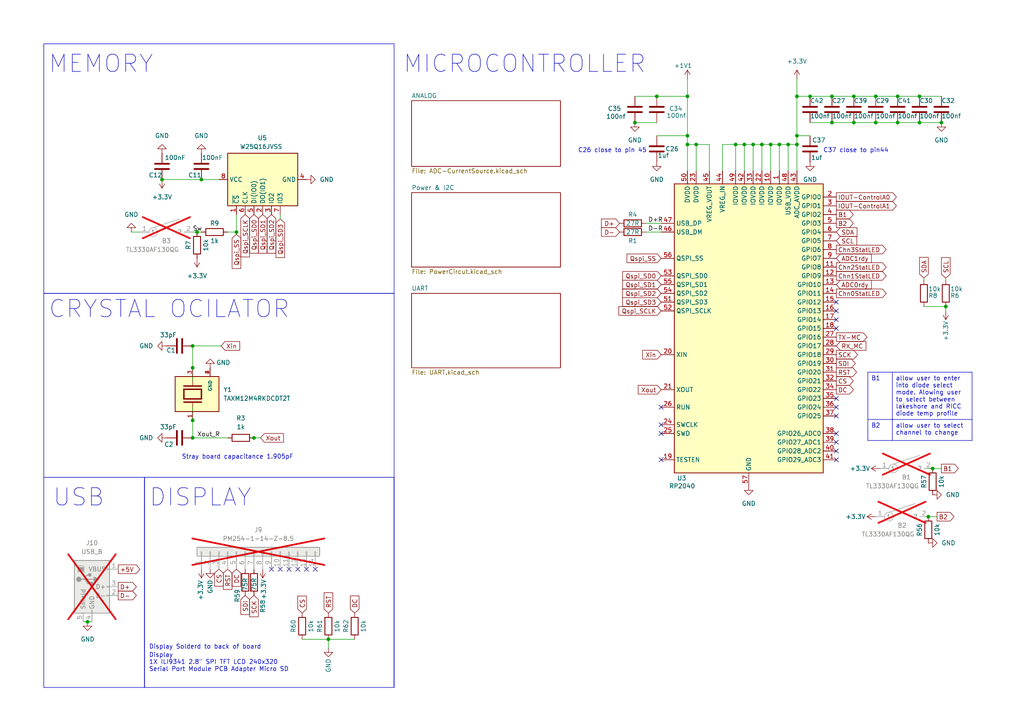
<source format=kicad_sch>
(kicad_sch (version 20250114) (generator "eeschema") (generator_version "9.0")
  (paper "A4")
  (title_block (title "TempMonitorV3.0") (date "2024-09-09") (rev "3.0") (company "ChipDesignSystems") (comment 1 "Desighned by : Lawrance Kiamilev"))
  (lib_symbols
    (symbol "403C35D12M00000:403C35D12M00000" (pin_names (offset 1.016))
      (property "Reference" "Y" (at -5.0878 6.3559 0))
      (property "Value" "403C35D12M00000" (at -5.0944 -10.16 0))
      (symbol "403C35D12M00000_0_0"
        (pin passive line (at -7.62 0 0) (length 2.54) (name "~") (number "1"))
        (pin passive line (at 7.62 0 180) (length 2.54) (name "~") (number "3"))
        (pin power_in line (at 7.62 -5.08 180) (length 2.54) (name "GND") (number "2"))
        (pin power_in line (at 7.62 -5.08 180) (length 2.54) (name "GND") (number "4"))
      )
    )
    (symbol "Connector:USB_B" (pin_names (offset 1.016))
      (property "Reference" "J" (at -5.08 11.43 0))
      (property "Value" "USB_B" (at -5.08 8.89 0))
      (symbol "USB_B_1_1"
        (pin passive line (at -2.54 -10.16 90) (length 2.54) (name "Shield") (number "5"))
        (pin power_out line (at 0 -10.16 90) (length 2.54) (name "GND") (number "4"))
        (pin power_out line (at 7.62 5.08 180) (length 2.54) (name "VBUS") (number "1"))
        (pin bidirectional line (at 7.62 0 180) (length 2.54) (name "D+") (number "3"))
        (pin bidirectional line (at 7.62 -2.54 180) (length 2.54) (name "D-") (number "2"))
      )
    )
    (symbol "Connector_Generic:Conn_01x14" (pin_names (offset 1.016) (hide yes))
      (property "Reference" "J" (at 0 17.78 0))
      (property "Value" "Conn_01x14" (at 0 -20.32 0))
      (symbol "Conn_01x14_1_1"
        (pin passive line (at -5.08 15.24 0) (length 3.81) (name "Pin_1") (number "1"))
        (pin passive line (at -5.08 12.7 0) (length 3.81) (name "Pin_2") (number "2"))
        (pin passive line (at -5.08 10.16 0) (length 3.81) (name "Pin_3") (number "3"))
        (pin passive line (at -5.08 7.62 0) (length 3.81) (name "Pin_4") (number "4"))
        (pin passive line (at -5.08 5.08 0) (length 3.81) (name "Pin_5") (number "5"))
        (pin passive line (at -5.08 2.54 0) (length 3.81) (name "Pin_6") (number "6"))
        (pin passive line (at -5.08 0 0) (length 3.81) (name "Pin_7") (number "7"))
        (pin passive line (at -5.08 -2.54 0) (length 3.81) (name "Pin_8") (number "8"))
        (pin passive line (at -5.08 -5.08 0) (length 3.81) (name "Pin_9") (number "9"))
        (pin passive line (at -5.08 -7.62 0) (length 3.81) (name "Pin_10") (number "10"))
        (pin passive line (at -5.08 -10.16 0) (length 3.81) (name "Pin_11") (number "11"))
        (pin passive line (at -5.08 -12.7 0) (length 3.81) (name "Pin_12") (number "12"))
        (pin passive line (at -5.08 -15.24 0) (length 3.81) (name "Pin_13") (number "13"))
        (pin passive line (at -5.08 -17.78 0) (length 3.81) (name "Pin_14") (number "14"))
      )
    )
    (symbol "Device:C" (pin_numbers (hide yes)) (pin_names (offset 0.254))
      (property "Reference" "C" (at 0.635 2.54 0))
      (property "Value" "C" (at 0.635 -2.54 0))
      (symbol "C_1_1"
        (pin passive line (at 0 3.81 270) (length 2.794) (name "~") (number "1"))
        (pin passive line (at 0 -3.81 90) (length 2.794) (name "~") (number "2"))
      )
    )
    (symbol "Device:R" (pin_numbers (hide yes)) (pin_names (offset 0))
      (property "Reference" "R" (at 2.032 0 90))
      (property "Value" "R" (at 0 0 90))
      (symbol "R_1_1"
        (pin passive line (at 0 3.81 270) (length 1.27) (name "~") (number "1"))
        (pin passive line (at 0 -3.81 90) (length 1.27) (name "~") (number "2"))
      )
    )
    (symbol "MCU_RaspberryPi:RP2040"
      (property "Reference" "U3" (at 19.05 -43.18 0))
      (property "Value" "RP2040" (at 11.43 -43.18 0))
      (symbol "RP2040_1_1"
        (pin bidirectional line (at -25.4 30.48 0) (length 3.81) (name "USB_DP") (number "47"))
        (pin bidirectional line (at -25.4 27.94 0) (length 3.81) (name "USB_DM") (number "46"))
        (pin bidirectional line (at -25.4 20.32 0) (length 3.81) (name "QSPI_SS") (number "56"))
        (pin bidirectional line (at -25.4 15.24 0) (length 3.81) (name "QSPI_SD0") (number "53"))
        (pin bidirectional line (at -25.4 12.7 0) (length 3.81) (name "QSPI_SD1") (number "55"))
        (pin bidirectional line (at -25.4 10.16 0) (length 3.81) (name "QSPI_SD2") (number "54"))
        (pin bidirectional line (at -25.4 7.62 0) (length 3.81) (name "QSPI_SD3") (number "51"))
        (pin output line (at -25.4 5.08 0) (length 3.81) (name "QSPI_SCLK") (number "52"))
        (pin input line (at -25.4 -7.62 0) (length 3.81) (name "XIN") (number "20"))
        (pin passive line (at -25.4 -17.78 0) (length 3.81) (name "XOUT") (number "21"))
        (pin input line (at -25.4 -22.86 0) (length 3.81) (name "RUN") (number "26"))
        (pin input line (at -25.4 -27.94 0) (length 3.81) (name "SWCLK") (number "24"))
        (pin bidirectional line (at -25.4 -30.48 0) (length 3.81) (name "SWD") (number "25"))
        (pin input line (at -25.4 -38.1 0) (length 3.81) (name "TESTEN") (number "19"))
        (pin power_in line (at -17.78 45.72 270) (length 3.81) (name "DVDD") (number "50"))
        (pin power_in line (at -15.24 45.72 270) (length 3.81) (name "DVDD") (number "23"))
        (pin power_out line (at -11.43 45.72 270) (length 3.81) (name "VREG_VOUT") (number "45"))
        (pin power_in line (at -7.62 45.72 270) (length 3.81) (name "VREG_IN") (number "44"))
        (pin power_in line (at -3.81 45.72 270) (length 3.81) (name "IOVDD") (number "49"))
        (pin power_in line (at -1.27 45.72 270) (length 3.81) (name "IOVDD") (number "42"))
        (pin power_in line (at 0 -45.72 90) (length 3.81) (name "GND") (number "57"))
        (pin power_in line (at 1.27 45.72 270) (length 3.81) (name "IOVDD") (number "33"))
        (pin power_in line (at 3.81 45.72 270) (length 3.81) (name "IOVDD") (number "22"))
        (pin power_out line (at 6.35 45.72 270) (length 3.81) (name "IOVDD") (number "10"))
        (pin power_in line (at 8.89 45.72 270) (length 3.81) (name "IOVDD") (number "1"))
        (pin power_in line (at 11.43 45.72 270) (length 3.81) (name "USB_VDD") (number "48"))
        (pin power_in line (at 13.97 45.72 270) (length 3.81) (name "ADC_AVDD") (number "43"))
        (pin bidirectional line (at 25.4 38.1 180) (length 3.81) (name "GPIO0") (number "2"))
        (pin bidirectional line (at 25.4 35.56 180) (length 3.81) (name "GPIO1") (number "3"))
        (pin bidirectional line (at 25.4 33.02 180) (length 3.81) (name "GPIO2") (number "4"))
        (pin bidirectional line (at 25.4 30.48 180) (length 3.81) (name "GPIO3") (number "5"))
        (pin bidirectional line (at 25.4 27.94 180) (length 3.81) (name "GPIO4") (number "6"))
        (pin bidirectional line (at 25.4 25.4 180) (length 3.81) (name "GPIO5") (number "7"))
        (pin bidirectional line (at 25.4 22.86 180) (length 3.81) (name "GPIO6") (number "8"))
        (pin bidirectional line (at 25.4 20.32 180) (length 3.81) (name "GPIO7") (number "9"))
        (pin bidirectional line (at 25.4 17.78 180) (length 3.81) (name "GPIO8") (number "11"))
        (pin bidirectional line (at 25.4 15.24 180) (length 3.81) (name "GPIO9") (number "12"))
        (pin bidirectional line (at 25.4 12.7 180) (length 3.81) (name "GPIO10") (number "13"))
        (pin bidirectional line (at 25.4 10.16 180) (length 3.81) (name "GPIO11") (number "14"))
        (pin bidirectional line (at 25.4 7.62 180) (length 3.81) (name "GPIO12") (number "15"))
        (pin bidirectional line (at 25.4 5.08 180) (length 3.81) (name "GPIO13") (number "16"))
        (pin bidirectional line (at 25.4 2.54 180) (length 3.81) (name "GPIO14") (number "17"))
        (pin bidirectional line (at 25.4 0 180) (length 3.81) (name "GPIO15") (number "18"))
        (pin bidirectional line (at 25.4 -2.54 180) (length 3.81) (name "GPIO16") (number "27"))
        (pin bidirectional line (at 25.4 -5.08 180) (length 3.81) (name "GPIO17") (number "28"))
        (pin bidirectional line (at 25.4 -7.62 180) (length 3.81) (name "GPIO18") (number "29"))
        (pin bidirectional line (at 25.4 -10.16 180) (length 3.81) (name "GPIO19") (number "30"))
        (pin bidirectional line (at 25.4 -12.7 180) (length 3.81) (name "GPIO20") (number "31"))
        (pin bidirectional line (at 25.4 -15.24 180) (length 3.81) (name "GPIO21") (number "32"))
        (pin bidirectional line (at 25.4 -17.78 180) (length 3.81) (name "GPIO22") (number "34"))
        (pin bidirectional line (at 25.4 -20.32 180) (length 3.81) (name "GPIO23") (number "35"))
        (pin bidirectional line (at 25.4 -22.86 180) (length 3.81) (name "GPIO24") (number "36"))
        (pin bidirectional line (at 25.4 -25.4 180) (length 3.81) (name "GPIO25") (number "37"))
        (pin bidirectional line (at 25.4 -30.48 180) (length 3.81) (name "GPIO26_ADC0") (number "38"))
        (pin bidirectional line (at 25.4 -33.02 180) (length 3.81) (name "GPIO27_ADC1") (number "39"))
        (pin bidirectional line (at 25.4 -35.56 180) (length 3.81) (name "GPIO28_ADC2") (number "40"))
        (pin bidirectional line (at 25.4 -38.1 180) (length 3.81) (name "GPIO29_ADC3") (number "41"))
      )
    )
    (symbol "Memory_Flash:W25Q32JVSS"
      (property "Reference" "U" (at -6.35 11.43 0))
      (property "Value" "W25Q32JVSS" (at 7.62 11.43 0))
      (symbol "W25Q32JVSS_1_1"
        (pin input line (at -10.16 7.62 0) (length 2.54) (name "~{CS}") (number "1"))
        (pin input line (at -10.16 5.08 0) (length 2.54) (name "CLK") (number "6"))
        (pin bidirectional line (at -10.16 2.54 0) (length 2.54) (name "DI(IO0)") (number "5"))
        (pin bidirectional line (at -10.16 0 0) (length 2.54) (name "DO(IO1)") (number "2"))
        (pin bidirectional line (at -10.16 -2.54 0) (length 2.54) (name "IO2") (number "3"))
        (pin bidirectional line (at -10.16 -5.08 0) (length 2.54) (name "IO3") (number "7"))
        (pin power_in line (at 0 12.7 270) (length 2.54) (name "VCC") (number "8"))
        (pin power_in line (at 0 -12.7 90) (length 2.54) (name "GND") (number "4"))
      )
    )
    (symbol "power:+1V1" (power) (pin_names (offset 0))
      (property "Value" "+1V1" (at 0 3.556 0))
      (symbol "+1V1_1_1"
        (pin power_in line (at 0 0 90) (length 0) (hide yes) (name "+1V1") (number "1"))
      )
    )
    (symbol "power:+3.3V" (power) (pin_names (offset 0))
      (property "Value" "+3.3V" (at 0 3.556 0))
      (symbol "+3.3V_1_1"
        (pin power_in line (at 0 0 90) (length 0) (hide yes) (name "+3.3V") (number "1"))
      )
    )
    (symbol "power:GND" (power) (pin_names (offset 0))
      (property "Value" "GND" (at 0 -3.81 0))
      (symbol "GND_1_1"
        (pin power_in line (at 0 0 270) (length 0) (hide yes) (name "GND") (number "1"))
      )
    )
    (symbol "user:TL3330"
      (property "Reference" "U" (at 0 0 0))
      (symbol "TL3330_1_1"
        (pin input line (at -7.62 0 0) (length 2.54) (name "1") (number "1"))
        (pin input line (at 7.62 0 180) (length 2.54) (name "2") (number "2"))
      )
    )
  )
  (rectangle (start 12.7 12.7) (end 114.3 85.09))
  (rectangle (start 12.7 138.43) (end 41.91 199.39))
  (rectangle (start 41.91 138.43) (end 114.3 199.39))
  (rectangle (start 114.3 138.43) (end 114.3 199.39))
  (rectangle (start 12.7 85.09) (end 114.3 138.43))
  (text "C37 close to pin44\n" (at 238.76 44.45 0) (effects (font (size 1.27 1.27)) (justify left bottom)))
  (text "CRYSTAL OCILATOR" (at 13.97 92.71 0) (effects (font (size 5 5)) (justify left bottom)))
  (text "MICROCONTROLLER" (at 116.84 21.59 0) (effects (font (size 5 5)) (justify left bottom)))
  (text "Stray board capacitance 1.905pF" (at 52.705 133.35 0) (effects (font (size 1.27 1.27)) (justify left bottom)))
  (text "MEMORY" (at 13.97 21.59 0) (effects (font (size 5 5)) (justify left bottom)))
  (text "DISPLAY" (at 43.18 147.32 0) (effects (font (size 5 5)) (justify left bottom)))
  (text "Display\n1X ILI9341 2.8\" SPI TFT LCD 240x320 \nSerial Port Module PCB Adapter Micro SD" (at 43.18 194.945 0) (effects (font (size 1.27 1.27)) (justify left bottom)))
  (text "Display Solderd to back of board\n\n" (at 43.18 190.5 0) (effects (font (size 1.27 1.27)) (justify left bottom)))
  (text "USB" (at 15.24 147.32 0) (effects (font (size 5 5)) (justify left bottom)))
  (text "C26 close to pin 45\n" (at 167.64 44.45 0) (effects (font (size 1.27 1.27)) (justify left bottom)))
  (junction (at 241.3 27.94))
  (junction (at 247.65 35.56))
  (junction (at 266.7 27.94))
  (junction (at 273.05 35.56))
  (junction (at 190.5 27.94))
  (junction (at 220.98 41.91))
  (junction (at 73.66 127))
  (junction (at 58.42 52.07))
  (junction (at 201.93 41.91))
  (junction (at 254 35.56))
  (junction (at 223.52 41.91))
  (junction (at 199.39 39.37))
  (junction (at 231.14 27.94))
  (junction (at 55.88 106.68))
  (junction (at 228.6 41.91))
  (junction (at 254 27.94))
  (junction (at 199.39 27.94))
  (junction (at 199.39 41.91))
  (junction (at 55.88 127))
  (junction (at 25.4 180.34))
  (junction (at 247.65 27.94))
  (junction (at 226.06 41.91))
  (junction (at 213.36 41.91))
  (junction (at 234.95 27.94))
  (junction (at 55.88 121.92))
  (junction (at 260.35 35.56))
  (junction (at 218.44 41.91))
  (junction (at 231.14 41.91))
  (junction (at 55.88 100.33))
  (junction (at 46.99 52.07))
  (junction (at 95.25 185.42))
  (junction (at 184.15 35.56))
  (junction (at 274.32 88.9))
  (junction (at 269.24 149.86))
  (junction (at 270.51 135.89))
  (junction (at 266.7 35.56))
  (junction (at 260.35 27.94))
  (junction (at 241.3 35.56))
  (junction (at 57.15 67.31))
  (junction (at 215.9 41.91))
  (junction (at 68.58 67.31))
  (junction (at 231.14 39.37))
  (no_connect (at 81.28 165.1))
  (no_connect (at 88.9 165.1))
  (no_connect (at 242.57 120.65))
  (no_connect (at 242.57 90.17))
  (no_connect (at 78.74 165.1))
  (no_connect (at 242.57 115.57))
  (no_connect (at 191.77 123.19))
  (no_connect (at 242.57 130.81))
  (no_connect (at 242.57 125.73))
  (no_connect (at 83.82 165.1))
  (no_connect (at 242.57 95.25))
  (no_connect (at 242.57 133.35))
  (no_connect (at 242.57 92.71))
  (no_connect (at 242.57 87.63))
  (no_connect (at 242.57 118.11))
  (no_connect (at 191.77 133.35))
  (no_connect (at 91.44 165.1))
  (no_connect (at 191.77 118.11))
  (no_connect (at 86.36 165.1))
  (no_connect (at 242.57 128.27))
  (no_connect (at 191.77 125.73))
  (wire (pts (xy 218.44 41.91) (xy 220.98 41.91)))
  (wire (pts (xy 187.325 64.77) (xy 191.77 64.77)))
  (wire (pts (xy 247.65 27.94) (xy 254 27.94)))
  (wire (pts (xy 190.5 27.94) (xy 199.39 27.94)))
  (wire (pts (xy 55.88 106.68) (xy 55.88 110.49)))
  (wire (pts (xy 24.13 180.34) (xy 25.4 180.34)))
  (wire (pts (xy 220.98 41.91) (xy 223.52 41.91)))
  (wire (pts (xy 274.32 81.28) (xy 274.32 80.645)))
  (wire (pts (xy 205.74 49.53) (xy 205.74 41.91)))
  (wire (pts (xy 270.51 135.89) (xy 273.05 135.89)))
  (wire (pts (xy 231.14 27.94) (xy 231.14 39.37)))
  (wire (pts (xy 241.3 35.56) (xy 247.65 35.56)))
  (wire (pts (xy 66.04 67.31) (xy 68.58 67.31)))
  (wire (pts (xy 55.88 118.11) (xy 55.88 121.92)))
  (wire (pts (xy 215.9 41.91) (xy 215.9 49.53)))
  (wire (pts (xy 226.06 41.91) (xy 228.6 41.91)))
  (wire (pts (xy 254 27.94) (xy 260.35 27.94)))
  (wire (pts (xy 187.325 67.31) (xy 191.77 67.31)))
  (wire (pts (xy 55.88 100.33) (xy 55.88 106.68)))
  (wire (pts (xy 95.25 185.42) (xy 102.87 185.42)))
  (wire (pts (xy 38.1 67.31) (xy 40.64 67.31)))
  (wire (pts (xy 209.55 41.91) (xy 213.36 41.91)))
  (wire (pts (xy 199.39 22.86) (xy 199.39 27.94)))
  (wire (pts (xy 190.5 39.37) (xy 199.39 39.37)))
  (wire (pts (xy 55.88 121.92) (xy 55.88 127)))
  (wire (pts (xy 46.99 52.07) (xy 58.42 52.07)))
  (wire (pts (xy 64.135 100.33) (xy 55.88 100.33)))
  (wire (pts (xy 231.14 39.37) (xy 231.14 41.91)))
  (wire (pts (xy 247.65 35.56) (xy 254 35.56)))
  (wire (pts (xy 267.97 81.28) (xy 267.97 80.645)))
  (wire (pts (xy 201.93 41.91) (xy 199.39 41.91)))
  (wire (pts (xy 58.42 52.07) (xy 63.5 52.07)))
  (wire (pts (xy 87.63 185.42) (xy 95.25 185.42)))
  (wire (pts (xy 231.14 39.37) (xy 234.95 39.37)))
  (wire (pts (xy 274.32 88.9) (xy 274.32 90.17)))
  (wire (pts (xy 184.15 27.94) (xy 190.5 27.94)))
  (wire (pts (xy 231.14 41.91) (xy 231.14 49.53)))
  (wire (pts (xy 68.58 62.23) (xy 68.58 67.31)))
  (wire (pts (xy 213.36 41.91) (xy 215.9 41.91)))
  (wire (pts (xy 241.3 27.94) (xy 247.65 27.94)))
  (wire (pts (xy 228.6 41.91) (xy 231.14 41.91)))
  (wire (pts (xy 55.88 67.31) (xy 57.15 67.31)))
  (wire (pts (xy 226.06 41.91) (xy 226.06 49.53)))
  (wire (pts (xy 228.6 41.91) (xy 228.6 49.53)))
  (wire (pts (xy 234.95 27.94) (xy 241.3 27.94)))
  (wire (pts (xy 199.39 41.91) (xy 199.39 49.53)))
  (wire (pts (xy 55.88 127) (xy 66.04 127)))
  (wire (pts (xy 73.66 127) (xy 75.565 127)))
  (wire (pts (xy 220.98 41.91) (xy 220.98 49.53)))
  (wire (pts (xy 205.74 41.91) (xy 201.93 41.91)))
  (wire (pts (xy 218.44 41.91) (xy 218.44 49.53)))
  (wire (pts (xy 213.36 41.91) (xy 213.36 49.53)))
  (wire (pts (xy 269.24 135.89) (xy 270.51 135.89)))
  (wire (pts (xy 199.39 27.94) (xy 199.39 39.37)))
  (wire (pts (xy 267.97 88.9) (xy 274.32 88.9)))
  (wire (pts (xy 234.95 27.94) (xy 231.14 27.94)))
  (wire (pts (xy 184.15 35.56) (xy 190.5 35.56)))
  (wire (pts (xy 260.35 27.94) (xy 266.7 27.94)))
  (wire (pts (xy 215.9 41.91) (xy 218.44 41.91)))
  (wire (pts (xy 209.55 49.53) (xy 209.55 41.91)))
  (wire (pts (xy 73.66 127) (xy 73.66 127.635)))
  (wire (pts (xy 199.39 39.37) (xy 199.39 41.91)))
  (wire (pts (xy 234.95 35.56) (xy 241.3 35.56)))
  (wire (pts (xy 81.28 63.5) (xy 81.28 62.23)))
  (wire (pts (xy 57.15 67.31) (xy 58.42 67.31)))
  (wire (pts (xy 95.25 185.42) (xy 95.25 187.96)))
  (wire (pts (xy 231.14 22.86) (xy 231.14 27.94)))
  (wire (pts (xy 269.24 149.86) (xy 271.78 149.86)))
  (wire (pts (xy 25.4 180.34) (xy 26.67 180.34)))
  (wire (pts (xy 68.58 67.945) (xy 68.58 67.31)))
  (wire (pts (xy 266.7 35.56) (xy 273.05 35.56)))
  (wire (pts (xy 254 35.56) (xy 260.35 35.56)))
  (wire (pts (xy 201.93 41.91) (xy 201.93 49.53)))
  (wire (pts (xy 266.7 27.94) (xy 273.05 27.94)))
  (wire (pts (xy 55.88 100.33) (xy 54.61 100.33)))
  (wire (pts (xy 260.35 35.56) (xy 266.7 35.56)))
  (wire (pts (xy 223.52 41.91) (xy 223.52 49.53)))
  (wire (pts (xy 223.52 41.91) (xy 226.06 41.91)))
  (table (column_count 2) (border (external yes) (header yes)) (separators (rows yes) (cols yes)) (column_widths 7.112 23.114) (row_heights 13.716 6.096) (cells (table_cell "B1" (at 251.714 107.95 0) (size 7.112 13.716) (margins 0.9525 0.9525 0.9525 0.9525) (span 1 1)) (table_cell "allow user to enter into diode select mode. Alowing user to select between lakeshore and RICC diode temp profile" (at 258.826 107.95 0) (size 23.114 13.716) (margins 0.9525 0.9525 0.9525 0.9525) (span 1 1)) (table_cell "B2" (at 251.714 121.666 0) (size 7.112 6.096) (margins 0.9525 0.9525 0.9525 0.9525) (span 1 1)) (table_cell "allow user to select channel to change" (at 258.826 121.666 0) (size 23.114 6.096) (margins 0.9525 0.9525 0.9525 0.9525) (span 1 1))))
  (label "D-R" (at 187.96 67.31 0) (property "Netclass" "USB" (effects (hide yes))))
  (label "Sw" (at 55.88 67.31 0) (property "Netclass" "Voltage" (effects (hide yes))))
  (label "D+R" (at 187.96 64.77 0) (property "Netclass" "USB" (effects (hide yes))))
  (label "Xout_R" (at 57.15 127 0) (property "Netclass" "Crystal" (effects (hide yes))))
  (global_label "D-" (shape input) (at 179.705 67.31 180) (property "Intersheetrefs" "${INTERSHEET_REFS}" (effects (hide yes))) (property "Netclass" "USB" (effects (hide yes))))
  (global_label "TX-MC" (shape output) (at 242.57 97.79 0) (property "Intersheetrefs" "${INTERSHEET_REFS}" (effects (hide yes))) (property "Netclass" "UART" (effects (hide yes))))
  (global_label "RST" (shape output) (at 242.57 107.95 0) (property "Intersheetrefs" "${INTERSHEET_REFS}" (effects (hide yes))) (property "Netclass" "SPI" (effects (hide yes))))
  (global_label "SCL" (shape input) (at 274.32 80.645 90) (property "Intersheetrefs" "${INTERSHEET_REFS}" (effects (hide yes))) (property "Netclass" "I2C" (effects (hide yes))))
  (global_label "B2" (shape output) (at 242.57 64.77 0) (property "Intersheetrefs" "${INTERSHEET_REFS}" (effects (hide yes))) (property "Netclass" "Voltage" (effects (hide yes))))
  (global_label "Qspi_SD1" (shape input) (at 191.77 82.55 180) (property "Intersheetrefs" "${INTERSHEET_REFS}" (effects (hide yes))) (property "Netclass" "Memeory" (effects (hide yes))))
  (global_label "Qspi_SD3" (shape input) (at 191.77 87.63 180) (property "Intersheetrefs" "${INTERSHEET_REFS}" (effects (hide yes))) (property "Netclass" "Memeory" (effects (hide yes))))
  (global_label "CS" (shape output) (at 242.57 110.49 0) (property "Intersheetrefs" "${INTERSHEET_REFS}" (effects (hide yes))) (property "Netclass" "SPI" (effects (hide yes))))
  (global_label "Qspi_SD3" (shape input) (at 81.28 63.5 270) (property "Intersheetrefs" "${INTERSHEET_REFS}" (effects (hide yes))) (property "Netclass" "Memeory" (effects (hide yes))))
  (global_label "Xout" (shape input) (at 75.565 127 0) (property "Intersheetrefs" "${INTERSHEET_REFS}" (effects (hide yes))) (property "Netclass" "Crystal" (effects (hide yes))))
  (global_label "Qspi_SS" (shape input) (at 191.77 74.93 180) (property "Intersheetrefs" "${INTERSHEET_REFS}" (effects (hide yes))) (property "Netclass" "Memeory" (effects (hide yes))))
  (global_label "B1" (shape output) (at 242.57 62.23 0) (property "Intersheetrefs" "${INTERSHEET_REFS}" (effects (hide yes))) (property "Netclass" "Voltage" (effects (hide yes))))
  (global_label "IOUT-ControlA0" (shape output) (at 242.57 57.15 0) (property "Intersheetrefs" "${INTERSHEET_REFS}" (effects (hide yes))) (property "Netclass" "Voltage" (effects (hide yes))))
  (global_label "Xin" (shape input) (at 191.77 102.87 180) (property "Intersheetrefs" "${INTERSHEET_REFS}" (effects (hide yes))) (property "Netclass" "Crystal" (effects (hide yes))))
  (global_label "ADC1rdy" (shape input) (at 242.57 74.93 0) (property "Intersheetrefs" "${INTERSHEET_REFS}" (effects (hide yes))) (property "Netclass" "I2C" (effects (hide yes))))
  (global_label "B1" (shape output) (at 273.05 135.89 0) (property "Intersheetrefs" "${INTERSHEET_REFS}" (effects (hide yes))) (property "Netclass" "Voltage" (effects (hide yes))))
  (global_label "Xout" (shape input) (at 191.77 113.03 180) (property "Intersheetrefs" "${INTERSHEET_REFS}" (effects (hide yes))) (property "Netclass" "Crystal" (effects (hide yes))))
  (global_label "Chn3StatLED" (shape output) (at 242.57 72.39 0) (property "Intersheetrefs" "${INTERSHEET_REFS}" (effects (hide yes))) (property "Netclass" "Voltage" (effects (hide yes))))
  (global_label "B2" (shape output) (at 271.78 149.86 0) (property "Intersheetrefs" "${INTERSHEET_REFS}" (effects (hide yes))) (property "Netclass" "Voltage" (effects (hide yes))))
  (global_label "Qspi_SS" (shape input) (at 68.58 67.945 270) (property "Intersheetrefs" "${INTERSHEET_REFS}" (effects (hide yes))) (property "Netclass" "Memeory" (effects (hide yes))))
  (global_label "Qspi_SD0" (shape input) (at 191.77 80.01 180) (property "Intersheetrefs" "${INTERSHEET_REFS}" (effects (hide yes))) (property "Netclass" "Memeory" (effects (hide yes))))
  (global_label "Qspi_SCLK" (shape input) (at 71.12 62.23 270) (property "Intersheetrefs" "${INTERSHEET_REFS}" (effects (hide yes))) (property "Netclass" "Memeory" (effects (hide yes))))
  (global_label "Chn1StatLED" (shape output) (at 242.57 80.01 0) (property "Intersheetrefs" "${INTERSHEET_REFS}" (effects (hide yes))) (property "Netclass" "Voltage" (effects (hide yes))))
  (global_label "ADC0rdy" (shape input) (at 242.57 82.55 0) (property "Intersheetrefs" "${INTERSHEET_REFS}" (effects (hide yes))) (property "Netclass" "I2C" (effects (hide yes))))
  (global_label "SDA" (shape input) (at 242.57 67.31 0) (property "Intersheetrefs" "${INTERSHEET_REFS}" (effects (hide yes))) (property "Netclass" "I2C" (effects (hide yes))))
  (global_label "Qspi_SCLK" (shape input) (at 191.77 90.17 180) (property "Intersheetrefs" "${INTERSHEET_REFS}" (effects (hide yes))) (property "Netclass" "Memeory" (effects (hide yes))))
  (global_label "Qspi_SD2" (shape input) (at 78.74 62.23 270) (property "Intersheetrefs" "${INTERSHEET_REFS}" (effects (hide yes))) (property "Netclass" "Memeory" (effects (hide yes))))
  (global_label "D+" (shape input) (at 179.705 64.77 180) (property "Intersheetrefs" "${INTERSHEET_REFS}" (effects (hide yes))) (property "Netclass" "USB" (effects (hide yes))))
  (global_label "IOUT-ControlA1" (shape output) (at 242.57 59.69 0) (property "Intersheetrefs" "${INTERSHEET_REFS}" (effects (hide yes))) (property "Netclass" "Voltage" (effects (hide yes))))
  (global_label "DC" (shape input) (at 102.87 177.8 90) (property "Intersheetrefs" "${INTERSHEET_REFS}" (effects (hide yes))) (property "Netclass" "SPI" (effects (hide yes))))
  (global_label "SCK" (shape output) (at 242.57 102.87 0) (property "Intersheetrefs" "${INTERSHEET_REFS}" (effects (hide yes))) (property "Netclass" "SPI" (effects (hide yes))))
  (global_label "CS" (shape input) (at 63.5 165.1 270) (property "Intersheetrefs" "${INTERSHEET_REFS}" (effects (hide yes))) (property "Netclass" "SPI" (effects (hide yes))))
  (global_label "Xin" (shape input) (at 64.135 100.33 0) (property "Intersheetrefs" "${INTERSHEET_REFS}" (effects (hide yes))) (property "Netclass" "Crystal" (effects (hide yes))))
  (global_label "DC" (shape output) (at 242.57 113.03 0) (property "Intersheetrefs" "${INTERSHEET_REFS}" (effects (hide yes))) (property "Netclass" "SPI" (effects (hide yes))))
  (global_label "SDI" (shape output) (at 242.57 105.41 0) (property "Intersheetrefs" "${INTERSHEET_REFS}" (effects (hide yes))) (property "Netclass" "SPI" (effects (hide yes))))
  (global_label "CS" (shape input) (at 87.63 177.8 90) (property "Intersheetrefs" "${INTERSHEET_REFS}" (effects (hide yes))) (property "Netclass" "SPI" (effects (hide yes))))
  (global_label "D-" (shape output) (at 34.29 172.72 0) (property "Intersheetrefs" "${INTERSHEET_REFS}" (effects (hide yes))) (property "Netclass" "USB" (effects (hide yes))))
  (global_label "Chn0StatLED" (shape output) (at 242.57 85.09 0) (property "Intersheetrefs" "${INTERSHEET_REFS}" (effects (hide yes))) (property "Netclass" "Voltage" (effects (hide yes))))
  (global_label "SCK" (shape input) (at 73.66 172.72 270) (property "Intersheetrefs" "${INTERSHEET_REFS}" (effects (hide yes))) (property "Netclass" "SPI" (effects (hide yes))))
  (global_label "RX_MC" (shape input) (at 242.57 100.33 0) (property "Intersheetrefs" "${INTERSHEET_REFS}" (effects (hide yes))) (property "Netclass" "UART" (effects (hide yes))))
  (global_label "Qspi_SD2" (shape input) (at 191.77 85.09 180) (property "Intersheetrefs" "${INTERSHEET_REFS}" (effects (hide yes))) (property "Netclass" "Memeory" (effects (hide yes))))
  (global_label "SDA" (shape input) (at 267.97 80.645 90) (property "Intersheetrefs" "${INTERSHEET_REFS}" (effects (hide yes))) (property "Netclass" "I2C" (effects (hide yes))))
  (global_label "+5V" (shape output) (at 34.29 165.1 0) (property "Intersheetrefs" "${INTERSHEET_REFS}" (effects (hide yes))) (property "Netclass" "PWR" (effects (hide yes))))
  (global_label "RST" (shape input) (at 95.25 177.8 90) (property "Intersheetrefs" "${INTERSHEET_REFS}" (effects (hide yes))) (property "Netclass" "SPI" (effects (hide yes))))
  (global_label "SCL" (shape input) (at 242.57 69.85 0) (property "Intersheetrefs" "${INTERSHEET_REFS}" (effects (hide yes))) (property "Netclass" "I2C" (effects (hide yes))))
  (global_label "Chn2StatLED" (shape output) (at 242.57 77.47 0) (property "Intersheetrefs" "${INTERSHEET_REFS}" (effects (hide yes))) (property "Netclass" "Voltage" (effects (hide yes))))
  (global_label "RST" (shape input) (at 66.04 165.1 270) (property "Intersheetrefs" "${INTERSHEET_REFS}" (effects (hide yes))) (property "Netclass" "SPI" (effects (hide yes))))
  (global_label "SDI" (shape input) (at 71.12 172.72 270) (property "Intersheetrefs" "${INTERSHEET_REFS}" (effects (hide yes))) (property "Netclass" "SPI" (effects (hide yes))))
  (global_label "Qspi_SD1" (shape input) (at 76.2 62.23 270) (property "Intersheetrefs" "${INTERSHEET_REFS}" (effects (hide yes))) (property "Netclass" "Memeory" (effects (hide yes))))
  (global_label "D+" (shape output) (at 34.29 170.18 0) (property "Intersheetrefs" "${INTERSHEET_REFS}" (effects (hide yes))) (property "Netclass" "USB" (effects (hide yes))))
  (global_label "Qspi_SD0" (shape input) (at 73.66 62.23 270) (property "Intersheetrefs" "${INTERSHEET_REFS}" (effects (hide yes))) (property "Netclass" "Memeory" (effects (hide yes))))
  (global_label "DC" (shape input) (at 68.58 165.1 270) (property "Intersheetrefs" "${INTERSHEET_REFS}" (effects (hide yes))) (property "Netclass" "SPI" (effects (hide yes))))
  (symbol (lib_id "power:GND") (at 88.9 52.07 90) (unit 1)
    (property "Reference" "#PWR012" (effects (hide yes)))
    (property "Value" "GND" (at 92.71 52.07 90) (effects (justify right)))
  )
  (symbol (lib_id "Device:R") (at 267.97 85.09 0) (unit 1)
    (property "Reference" "R8" (at 269.24 85.725 0) (effects (justify left)))
    (property "Value" "10k" (at 269.24 83.82 0) (effects (justify left)))
    (property "Footprint" "Resistor_SMD:R_0603_1608Metric" (effects (hide yes)))
    (property "Datasheet" "https://jlcpcb.com/api/file/downloadByFileSystemAccessId/8579706381320323072" (effects (hide yes)))
    (property "Description" "100mW Thick Film Resistors 75V ±100ppm/℃ ±1% 10kΩ 0603 Chip Resistor - Surface Mount ROHS" (effects (hide yes)))
    (property "Prt#" "0603WAF1002T5E" (effects (hide yes)))
    (property "digikey" "https://www.digikey.com/en/products/detail/stackpole-electronics-inc/RMCF0402FT10K0/1761433" (effects (hide yes)))
    (property "JLC part #" "C25804" (effects (hide yes)))
  )
  (symbol (lib_id "power:GND") (at 60.96 165.1 0) (unit 1)
    (property "Reference" "#PWR010" (effects (hide yes)))
    (property "Value" "GND" (at 60.96 170.18 90))
  )
  (symbol (lib_id "Memory_Flash:W25Q32JVSS") (at 76.2 52.07 90) (unit 1)
    (property "Reference" "U5" (at 77.47 40.005 90) (effects (justify left)))
    (property "Value" "W25Q16JVSS" (at 81.915 42.545 90) (effects (justify left)))
    (property "Footprint" "Package_SO:SOIC-8_5.3x5.3mm_P1.27mm" (effects (hide yes)))
    (property "Datasheet" "https://www.winbond.com/resource-files/w25q16jv%20spi%20revg%2003222018%20plus.pdf" (effects (hide yes)))
    (property "Description" "IC FLASH 16MBIT SPI/QUAD 8SOIC" (effects (hide yes)))
    (property "Prt#" "W25Q16JVSSIQ TR" (effects (hide yes)))
    (property "digikey" "https://www.digikey.com/en/products/detail/winbond-electronics/W25Q16JVSSIQ-TR/6193775" (effects (hide yes)))
    (property "JLC part #" "C131025" (effects (hide yes)))
  )
  (symbol (lib_id "Device:R") (at 269.24 153.67 180) (unit 1)
    (property "Reference" "R56" (at 266.7 153.67 90))
    (property "Value" "10k" (at 271.78 153.67 90))
    (property "Footprint" "Resistor_SMD:R_0603_1608Metric" (effects (hide yes)))
    (property "Datasheet" "https://jlcpcb.com/api/file/downloadByFileSystemAccessId/8579706381320323072" (effects (hide yes)))
    (property "Description" "100mW Thick Film Resistors 75V ±100ppm/℃ ±1% 10kΩ 0603 Chip Resistor - Surface Mount ROHS" (effects (hide yes)))
    (property "Prt#" "0603WAF1002T5E" (effects (hide yes)))
    (property "digikey" "https://www.digikey.com/en/products/detail/stackpole-electronics-inc/RMCF0402FT10K0/1761433" (effects (hide yes)))
    (property "JLC part #" "C25804" (effects (hide yes)))
  )
  (symbol (lib_id "Device:R") (at 69.85 127 90) (unit 1)
    (property "Reference" "R3" (at 69.85 121.285 90))
    (property "Value" "1k" (at 69.85 123.825 90))
    (property "Footprint" "Resistor_SMD:R_0603_1608Metric" (effects (hide yes)))
    (property "Datasheet" "https://jlcpcb.com/api/file/downloadByFileSystemAccessId/8579706098733010944" (effects (hide yes)))
    (property "Description" "100mW Thick Film Resistors 75V ±100ppm/℃ ±1% 1kΩ 0603 Chip Resistor - Surface Mount ROHS" (effects (hide yes)))
    (property "Prt#" "0603WAF1001T5E" (effects (hide yes)))
    (property "digikey" "https://www.digikey.com/en/products/detail/panasonic-electronic-components/ERJ-2RKF1001X/79729" (effects (hide yes)))
    (property "JLC part #" "C21190" (effects (hide yes)))
  )
  (symbol (lib_id "power:+3.3V") (at 58.42 165.1 180) (unit 1)
    (property "Reference" "#PWR08" (effects (hide yes)))
    (property "Value" "+3.3V" (at 58.166 171.196 90))
  )
  (symbol (lib_id "Device:R") (at 102.87 181.61 180) (unit 1)
    (property "Reference" "R62" (at 100.33 181.61 90))
    (property "Value" "10k" (at 105.41 181.61 90))
    (property "Footprint" "Resistor_SMD:R_0603_1608Metric" (effects (hide yes)))
    (property "Datasheet" "https://jlcpcb.com/api/file/downloadByFileSystemAccessId/8579706381320323072" (effects (hide yes)))
    (property "Description" "100mW Thick Film Resistors 75V ±100ppm/℃ ±1% 10kΩ 0603 Chip Resistor - Surface Mount ROHS" (effects (hide yes)))
    (property "Prt#" "0603WAF1002T5E" (effects (hide yes)))
    (property "digikey" "https://www.digikey.com/en/products/detail/stackpole-electronics-inc/RMCF0402FT10K0/1761433" (effects (hide yes)))
    (property "JLC part #" "C25804" (effects (hide yes)))
  )
  (symbol (lib_id "Device:R") (at 270.51 139.7 180) (unit 1)
    (property "Reference" "R57" (at 267.97 139.7 90))
    (property "Value" "10k" (at 273.05 139.7 90))
    (property "Footprint" "Resistor_SMD:R_0603_1608Metric" (effects (hide yes)))
    (property "Datasheet" "https://jlcpcb.com/api/file/downloadByFileSystemAccessId/8579706381320323072" (effects (hide yes)))
    (property "Description" "100mW Thick Film Resistors 75V ±100ppm/℃ ±1% 10kΩ 0603 Chip Resistor - Surface Mount ROHS" (effects (hide yes)))
    (property "Prt#" "0603WAF1002T5E" (effects (hide yes)))
    (property "digikey" "https://www.digikey.com/en/products/detail/stackpole-electronics-inc/RMCF0402FT10K0/1761433" (effects (hide yes)))
    (property "JLC part #" "C25804" (effects (hide yes)))
  )
  (symbol (lib_id "power:GND") (at 46.99 44.45 180) (unit 1)
    (property "Reference" "#PWR03" (effects (hide yes)))
    (property "Value" "GND" (at 46.99 39.37 0))
  )
  (symbol (lib_id "Device:C") (at 52.07 100.33 270) (unit 1)
    (property "Reference" "C1" (at 48.26 101.6 90) (effects (justify left)))
    (property "Value" "33pF" (at 46.355 97.155 90) (effects (justify left)))
    (property "Footprint" "Capacitor_SMD:C_0603_1608Metric" (effects (hide yes)))
    (property "Datasheet" "https://jlcpcb.com/api/file/downloadByFileSystemAccessId/8588898747719815168" (effects (hide yes)))
    (property "Description" "50V 33pF NP0 ±5% 0603 Multilayer Ceramic Capacitors MLCC - SMD/SMT ROHS" (effects (hide yes)))
    (property "Prt#" "CC0603JRNPO9BN330" (effects (hide yes)))
    (property "digikey" "https://www.digikey.com/en/products/detail/samsung-electro-mechanics/CL05C330JB5NNNC/3886930" (effects (hide yes)))
    (property "JLC part #" "C107047" (effects (hide yes)))
  )
  (symbol (lib_id "power:GND") (at 217.17 140.97 0) (unit 1)
    (property "Reference" "#PWR022" (effects (hide yes)))
    (property "Value" "GND" (at 217.17 146.05 0))
  )
  (symbol (lib_id "power:GND") (at 25.4 180.34 0) (unit 1)
    (property "Reference" "#PWR01" (effects (hide yes)))
    (property "Value" "GND" (at 25.4 185.42 0))
  )
  (symbol (lib_id "403C35D12M00000:403C35D12M00000") (at 55.88 114.3 90) (unit 1)
    (property "Reference" "Y1" (at 64.77 113.03 90) (effects (justify right)))
    (property "Value" "TAXM12M4RKDCDT2T" (at 64.77 115.57 90) (effects (justify right)))
    (property "Footprint" "Crystal:Crystal_SMD_3225-4Pin_3.2x2.5mm" (effects (hide yes)))
    (property "Datasheet" "https://jlcpcb.com/api/file/downloadByFileSystemAccessId/8588933880962932736" (effects (hide yes)))
    (property "Description" "12MHz SMD crystal oscillator 18pF ±20ppm ±20ppm SMD3225-4P  Crystals ROHS" (effects (hide yes)))
    (property "Prt#" "TAXM12M4RKDCDT2T" (effects (hide yes)))
    (property "digikey" "https://www.digikey.com/en/products/detail/cts-frequency-controls/403C35D12M00000/2292747?s=N4IgTCBcDaICwAYDMBhJBWAIgRjAWQUMJAF0BfIA" (effects (hide yes)))
    (property "JLC part #" "C403945" (effects (hide yes)))
  )
  (symbol (lib_id "Device:R") (at 274.32 85.09 0) (unit 1)
    (property "Reference" "R6" (at 275.59 85.725 0) (effects (justify left)))
    (property "Value" "10k" (at 275.59 83.82 0) (effects (justify left)))
    (property "Footprint" "Resistor_SMD:R_0603_1608Metric" (effects (hide yes)))
    (property "Datasheet" "https://jlcpcb.com/api/file/downloadByFileSystemAccessId/8579706381320323072" (effects (hide yes)))
    (property "Description" "100mW Thick Film Resistors 75V ±100ppm/℃ ±1% 10kΩ 0603 Chip Resistor - Surface Mount ROHS" (effects (hide yes)))
    (property "Prt#" "0603WAF1002T5E" (effects (hide yes)))
    (property "digikey" "https://www.digikey.com/en/products/detail/stackpole-electronics-inc/RMCF0402FT10K0/1761433" (effects (hide yes)))
    (property "JLC part #" "C25804" (effects (hide yes)))
  )
  (symbol (lib_id "Device:R") (at 183.515 67.31 90) (unit 1)
    (property "Reference" "R1" (at 183.515 69.85 90))
    (property "Value" "27R" (at 183.515 67.31 90))
    (property "Footprint" "Resistor_SMD:R_0603_1608Metric" (effects (hide yes)))
    (property "Datasheet" "https://jlcpcb.com/api/file/downloadByFileSystemAccessId/8579706342195716096" (effects (hide yes)))
    (property "Description" "100mW Thick Film Resistors 75V ±1% ±200ppm/℃ 27Ω 0603 Chip Resistor - Surface Mount ROHS" (effects (hide yes)))
    (property "Prt#" "0603WAF270JT5E" (effects (hide yes)))
    (property "digikey" "https://www.digikey.com/en/products/detail/yageo/RC0402FR-0727RL/5280946" (effects (hide yes)))
    (property "JLC part #" "C25190" (effects (hide yes)))
  )
  (symbol (lib_id "power:GND") (at 269.24 157.48 90) (unit 1)
    (property "Reference" "#PWR013" (effects (hide yes)))
    (property "Value" "GND" (at 273.05 157.4799 90) (effects (justify right)))
  )
  (symbol (lib_id "power:GND") (at 60.96 106.68 180) (unit 1)
    (property "Reference" "#PWR09" (effects (hide yes)))
    (property "Value" "GND" (at 64.77 105.156 0))
  )
  (symbol (lib_id "Device:C") (at 190.5 43.18 180) (unit 1)
    (property "Reference" "C26" (at 194.945 43.18 0))
    (property "Value" "1uf" (at 192.405 45.085 0))
    (property "Footprint" "Capacitor_SMD:C_0603_1608Metric" (effects (hide yes)))
    (property "Datasheet" "https://jlcpcb.com/api/file/downloadByFileSystemAccessId/8556213788459761664" (effects (hide yes)))
    (property "Description" "50V 1uF X5R ±10% 0603 Multilayer Ceramic Capacitors MLCC - SMD/SMT ROHS" (effects (hide yes)))
    (property "Prt#" "CL10A105KB8NNNC" (effects (hide yes)))
    (property "digikey" "https://www.digikey.com/en/products/detail/samsung-electro-mechanics/CL05X105KP5NNNC/5961289" (effects (hide yes)))
    (property "JLC part #" "C15849" (effects (hide yes)))
  )
  (symbol (lib_id "Connector:USB_B") (at 26.67 170.18 0) (unit 1) (dnp yes)
    (property "Reference" "J10" (at 26.67 157.48 0))
    (property "Value" "USB_B" (at 26.67 160.02 0))
    (property "Footprint" "LawranceUserLib:USB_B_OST_USB-B1HSxx_Horizontal" (effects (hide yes)))
    (property "Datasheet" "https://jlcpcb.com/api/file/downloadByFileSystemAccessId/8588887260754554880" (effects (hide yes)))
    (property "Description" "USB 2.0 1 4P Female Type-B Plugin USB Connectors ROHS" (effects (hide yes)))
    (property "Prt#" "921-111A1010D10200" (effects (hide yes)))
    (property "digikey" "https://www.digikey.com/en/products/detail/on-shore-technology-inc./USB-B1HSB6/2677744?utm_adgroup=General&utm_source=google&utm_medium=cpc&utm_campaign=PMax%20Shopping_Product_Zombie%20SKUs&utm_term=&utm_content=General&utm_id=go_cmp-17815035045_adg-_ad-__dev-c_ext-_prd-2677744_sig-Cj0KCQiAwvKtBhDrARIsAJj-kTiq839FTmoIh_W5yO8Cr-G-43wYN1S10nziQBQhb5rOi4vt-K3BpasaAiHQEALw_wcB&gad_source=1&gclid=Cj0KCQiAwvKtBhDrARIsAJj-kTiq839FTmoIh_W5yO8Cr-G-43wYN1S10nziQBQhb5rOi4vt-K3BpasaAiHQEALw_wcB" (effects (hide yes)))
    (property "JLC part #" "C46392" (effects (hide yes)))
  )
  (symbol (lib_id "power:+3.3V") (at 57.15 74.93 180) (unit 1)
    (property "Reference" "#PWR015" (effects (hide yes)))
    (property "Value" "+3.3V" (at 57.15 80.01 0))
  )
  (symbol (lib_id "power:GND") (at 95.25 187.96 0) (mirror y) (unit 1)
    (property "Reference" "#PWR037" (effects (hide yes)))
    (property "Value" "GND" (at 95.25 193.04 90))
  )
  (symbol (lib_id "Device:C") (at 234.95 31.75 0) (unit 1)
    (property "Reference" "C42" (at 234.95 29.21 0) (effects (justify left)))
    (property "Value" "100nf" (at 234.95 33.655 0) (effects (justify left)))
    (property "Footprint" "Capacitor_SMD:C_0603_1608Metric" (effects (hide yes)))
    (property "Datasheet" "https://jlcpcb.com/api/file/downloadByFileSystemAccessId/8579707083955945472" (effects (hide yes)))
    (property "Description" "50V 100nF X7R ±10% 0603 Multilayer Ceramic Capacitors MLCC - SMD/SMT ROHS" (effects (hide yes)))
    (property "Prt#" "CC0603KRX7R9BB104" (effects (hide yes)))
    (property "digikey" "https://www.digikey.com/en/products/detail/samsung-electro-mechanics/CL05B104KP5NNNC/3886660" (effects (hide yes)))
    (property "JLC part #" "C14663" (effects (hide yes)))
  )
  (symbol (lib_id "user:TL3330") (at 48.26 67.31 0) (unit 1) (dnp yes)
    (property "Reference" "B3" (at 48.26 69.85 0))
    (property "Value" "TL3330AF130QG" (at 44.196 72.39 0))
    (property "Footprint" "LawranceUserLib:TL3330" (effects (hide yes)))
    (property "Datasheet" "https://jlcpcb.com/api/file/downloadByFileSystemAccessId/8588920025431855104" (effects (hide yes)))
    (property "Description" "Without 50mA 100MΩ 50,000 Times 12V 130gf Rectangle button Standing paste SPST SMD  Tactile Switches ROHS" (effects (hide yes)))
    (property "digikey" "https://www.digikey.com/en/products/detail/e-switch/TL3330AF260QG/1426836" (effects (hide yes)))
    (property "Prt#" "TL3330AF130QG" (effects (hide yes)))
    (property "JLC part #" "C2886885" (effects (hide yes)))
  )
  (symbol (lib_id "Device:R") (at 62.23 67.31 90) (unit 1)
    (property "Reference" "R9" (at 62.23 64.77 90))
    (property "Value" "1k" (at 62.23 69.85 90))
    (property "Footprint" "Resistor_SMD:R_0603_1608Metric" (effects (hide yes)))
    (property "Datasheet" "https://jlcpcb.com/api/file/downloadByFileSystemAccessId/8579706098733010944" (effects (hide yes)))
    (property "Description" "100mW Thick Film Resistors 75V ±100ppm/℃ ±1% 1kΩ 0603 Chip Resistor - Surface Mount ROHS" (effects (hide yes)))
    (property "Prt#" "0603WAF1001T5E" (effects (hide yes)))
    (property "digikey" "https://www.digikey.com/en/products/detail/panasonic-electronic-components/ERJ-2RKF1001X/79729" (effects (hide yes)))
    (property "JLC part #" "C21190" (effects (hide yes)))
  )
  (symbol (lib_id "Device:C") (at 46.99 48.26 180) (unit 1)
    (property "Reference" "C12" (at 45.085 50.8 0))
    (property "Value" "100nF" (at 50.8 45.72 0))
    (property "Footprint" "Capacitor_SMD:C_0603_1608Metric" (effects (hide yes)))
    (property "Datasheet" "https://jlcpcb.com/api/file/downloadByFileSystemAccessId/8579707083955945472" (effects (hide yes)))
    (property "Description" "50V 100nF X7R ±10% 0603 Multilayer Ceramic Capacitors MLCC - SMD/SMT ROHS" (effects (hide yes)))
    (property "Prt#" "CC0603KRX7R9BB104" (effects (hide yes)))
    (property "digikey" "https://www.digikey.com/en/products/detail/samsung-electro-mechanics/CL05B104KP5NNNC/3886660" (effects (hide yes)))
    (property "JLC part #" "C14663" (effects (hide yes)))
  )
  (symbol (lib_id "power:+1V1") (at 199.39 22.86 0) (unit 1)
    (property "Reference" "#PWR021" (effects (hide yes)))
    (property "Value" "+1V1" (at 198.12 19.05 0))
  )
  (symbol (lib_id "Device:C") (at 52.07 127 270) (unit 1)
    (property "Reference" "C2" (at 47.625 128.905 90) (effects (justify left)))
    (property "Value" "33pF" (at 46.355 123.825 90) (effects (justify left)))
    (property "Footprint" "Capacitor_SMD:C_0603_1608Metric" (effects (hide yes)))
    (property "Datasheet" "https://jlcpcb.com/api/file/downloadByFileSystemAccessId/8588898747719815168" (effects (hide yes)))
    (property "Description" "50V 33pF NP0 ±5% 0603 Multilayer Ceramic Capacitors MLCC - SMD/SMT ROHS" (effects (hide yes)))
    (property "Prt#" "CC0603JRNPO9BN330" (effects (hide yes)))
    (property "digikey" "https://www.digikey.com/en/products/detail/samsung-electro-mechanics/CL05C330JB5NNNC/3886930" (effects (hide yes)))
    (property "JLC part #" "C107047" (effects (hide yes)))
  )
  (symbol (lib_id "Device:C") (at 266.7 31.75 0) (unit 1)
    (property "Reference" "C30" (at 266.7 29.21 0) (effects (justify left)))
    (property "Value" "100nf" (at 266.7 33.655 0) (effects (justify left)))
    (property "Footprint" "Capacitor_SMD:C_0603_1608Metric" (effects (hide yes)))
    (property "Datasheet" "https://jlcpcb.com/api/file/downloadByFileSystemAccessId/8579707083955945472" (effects (hide yes)))
    (property "Description" "50V 100nF X7R ±10% 0603 Multilayer Ceramic Capacitors MLCC - SMD/SMT ROHS" (effects (hide yes)))
    (property "Prt#" "CC0603KRX7R9BB104" (effects (hide yes)))
    (property "digikey" "https://www.digikey.com/en/products/detail/samsung-electro-mechanics/CL05B104KP5NNNC/3886660" (effects (hide yes)))
    (property "JLC part #" "C14663" (effects (hide yes)))
  )
  (symbol (lib_id "Device:R") (at 87.63 181.61 180) (unit 1)
    (property "Reference" "R60" (at 85.09 181.61 90))
    (property "Value" "10k" (at 90.17 181.61 90))
    (property "Footprint" "Resistor_SMD:R_0603_1608Metric" (effects (hide yes)))
    (property "Datasheet" "https://jlcpcb.com/api/file/downloadByFileSystemAccessId/8579706381320323072" (effects (hide yes)))
    (property "Description" "100mW Thick Film Resistors 75V ±100ppm/℃ ±1% 10kΩ 0603 Chip Resistor - Surface Mount ROHS" (effects (hide yes)))
    (property "Prt#" "0603WAF1002T5E" (effects (hide yes)))
    (property "digikey" "https://www.digikey.com/en/products/detail/stackpole-electronics-inc/RMCF0402FT10K0/1761433" (effects (hide yes)))
    (property "JLC part #" "C25804" (effects (hide yes)))
  )
  (symbol (lib_id "power:GND") (at 234.95 46.99 0) (unit 1)
    (property "Reference" "#PWR024" (effects (hide yes)))
    (property "Value" "GND" (at 234.95 52.07 0))
  )
  (symbol (lib_id "power:+3.3V") (at 76.2 165.1 180) (unit 1)
    (property "Reference" "#PWR011" (effects (hide yes)))
    (property "Value" "+3.3V" (at 76.454 170.942 90))
  )
  (symbol (lib_id "Device:C") (at 254 31.75 0) (unit 1)
    (property "Reference" "C29" (at 254 29.21 0) (effects (justify left)))
    (property "Value" "100nf" (at 254 33.655 0) (effects (justify left)))
    (property "Footprint" "Capacitor_SMD:C_0603_1608Metric" (effects (hide yes)))
    (property "Datasheet" "https://jlcpcb.com/api/file/downloadByFileSystemAccessId/8579707083955945472" (effects (hide yes)))
    (property "Description" "50V 100nF X7R ±10% 0603 Multilayer Ceramic Capacitors MLCC - SMD/SMT ROHS" (effects (hide yes)))
    (property "Prt#" "CC0603KRX7R9BB104" (effects (hide yes)))
    (property "digikey" "https://www.digikey.com/en/products/detail/samsung-electro-mechanics/CL05B104KP5NNNC/3886660" (effects (hide yes)))
    (property "JLC part #" "C14663" (effects (hide yes)))
  )
  (symbol (lib_id "power:GND") (at 184.15 35.56 0) (unit 1)
    (property "Reference" "#PWR019" (effects (hide yes)))
    (property "Value" "GND" (at 184.15 40.64 0))
  )
  (symbol (lib_id "power:GND") (at 38.1 67.31 180) (unit 1)
    (property "Reference" "#PWR02" (effects (hide yes)))
    (property "Value" "GND" (at 38.1 62.23 0))
  )
  (symbol (lib_id "power:+3.3V") (at 231.14 22.86 0) (unit 1)
    (property "Reference" "#PWR023" (effects (hide yes)))
    (property "Value" "+3.3V" (at 231.14 17.78 0))
  )
  (symbol (lib_id "Device:R") (at 57.15 71.12 180) (unit 1)
    (property "Reference" "R7" (at 54.61 71.12 90))
    (property "Value" "10k" (at 59.69 71.12 90))
    (property "Footprint" "Resistor_SMD:R_0603_1608Metric" (effects (hide yes)))
    (property "Datasheet" "https://jlcpcb.com/api/file/downloadByFileSystemAccessId/8579706381320323072" (effects (hide yes)))
    (property "Description" "100mW Thick Film Resistors 75V ±100ppm/℃ ±1% 10kΩ 0603 Chip Resistor - Surface Mount ROHS" (effects (hide yes)))
    (property "Prt#" "0603WAF1002T5E" (effects (hide yes)))
    (property "digikey" "https://www.digikey.com/en/products/detail/stackpole-electronics-inc/RMCF0402FT10K0/1761433" (effects (hide yes)))
    (property "JLC part #" "C25804" (effects (hide yes)))
  )
  (symbol (lib_id "Device:C") (at 184.15 31.75 0) (unit 1)
    (property "Reference" "C35" (at 176.276 31.496 0) (effects (justify left)))
    (property "Value" "100nf" (at 175.768 33.782 0) (effects (justify left)))
    (property "Footprint" "Capacitor_SMD:C_0603_1608Metric" (effects (hide yes)))
    (property "Datasheet" "https://jlcpcb.com/api/file/downloadByFileSystemAccessId/8579707083955945472" (effects (hide yes)))
    (property "Description" "50V 100nF X7R ±10% 0603 Multilayer Ceramic Capacitors MLCC - SMD/SMT ROHS" (effects (hide yes)))
    (property "Prt#" "CC0603KRX7R9BB104" (effects (hide yes)))
    (property "digikey" "https://www.digikey.com/en/products/detail/samsung-electro-mechanics/CL05B104KP5NNNC/3886660" (effects (hide yes)))
    (property "JLC part #" "C14663" (effects (hide yes)))
  )
  (symbol (lib_id "power:+3.3V") (at 46.99 52.07 180) (unit 1)
    (property "Reference" "#PWR04" (effects (hide yes)))
    (property "Value" "+3.3V" (at 46.99 57.15 0))
  )
  (symbol (lib_id "Device:C") (at 58.42 48.26 180) (unit 1)
    (property "Reference" "C11" (at 56.515 50.8 0))
    (property "Value" "100nF" (at 61.595 45.72 0))
    (property "Footprint" "Capacitor_SMD:C_0603_1608Metric" (effects (hide yes)))
    (property "Datasheet" "https://jlcpcb.com/api/file/downloadByFileSystemAccessId/8579707083955945472" (effects (hide yes)))
    (property "Description" "50V 100nF X7R ±10% 0603 Multilayer Ceramic Capacitors MLCC - SMD/SMT ROHS" (effects (hide yes)))
    (property "Prt#" "CC0603KRX7R9BB104" (effects (hide yes)))
    (property "digikey" "https://www.digikey.com/en/products/detail/samsung-electro-mechanics/CL05B104KP5NNNC/3886660" (effects (hide yes)))
    (property "JLC part #" "C14663" (effects (hide yes)))
  )
  (symbol (lib_id "Device:C") (at 247.65 31.75 0) (unit 1)
    (property "Reference" "C39" (at 247.65 29.21 0) (effects (justify left)))
    (property "Value" "100nf" (at 247.65 33.655 0) (effects (justify left)))
    (property "Footprint" "Capacitor_SMD:C_0603_1608Metric" (effects (hide yes)))
    (property "Datasheet" "https://jlcpcb.com/api/file/downloadByFileSystemAccessId/8579707083955945472" (effects (hide yes)))
    (property "Description" "50V 100nF X7R ±10% 0603 Multilayer Ceramic Capacitors MLCC - SMD/SMT ROHS" (effects (hide yes)))
    (property "Prt#" "CC0603KRX7R9BB104" (effects (hide yes)))
    (property "digikey" "https://www.digikey.com/en/products/detail/samsung-electro-mechanics/CL05B104KP5NNNC/3886660" (effects (hide yes)))
    (property "JLC part #" "C14663" (effects (hide yes)))
  )
  (symbol (lib_id "Device:R") (at 95.25 181.61 180) (unit 1)
    (property "Reference" "R61" (at 92.71 181.61 90))
    (property "Value" "10k" (at 97.79 181.61 90))
    (property "Footprint" "Resistor_SMD:R_0603_1608Metric" (effects (hide yes)))
    (property "Datasheet" "https://jlcpcb.com/api/file/downloadByFileSystemAccessId/8579706381320323072" (effects (hide yes)))
    (property "Description" "100mW Thick Film Resistors 75V ±100ppm/℃ ±1% 10kΩ 0603 Chip Resistor - Surface Mount ROHS" (effects (hide yes)))
    (property "Prt#" "0603WAF1002T5E" (effects (hide yes)))
    (property "digikey" "https://www.digikey.com/en/products/detail/stackpole-electronics-inc/RMCF0402FT10K0/1761433" (effects (hide yes)))
    (property "JLC part #" "C25804" (effects (hide yes)))
  )
  (symbol (lib_id "power:+3.3V") (at 274.32 90.17 180) (unit 1)
    (property "Reference" "#PWR026" (effects (hide yes)))
    (property "Value" "+3.3V" (at 274.32 96.012 90))
  )
  (symbol (lib_id "Device:C") (at 241.3 31.75 0) (unit 1)
    (property "Reference" "C27" (at 241.3 29.21 0) (effects (justify left)))
    (property "Value" "100nf" (at 241.3 33.655 0) (effects (justify left)))
    (property "Footprint" "Capacitor_SMD:C_0603_1608Metric" (effects (hide yes)))
    (property "Datasheet" "https://jlcpcb.com/api/file/downloadByFileSystemAccessId/8579707083955945472" (effects (hide yes)))
    (property "Description" "50V 100nF X7R ±10% 0603 Multilayer Ceramic Capacitors MLCC - SMD/SMT ROHS" (effects (hide yes)))
    (property "Prt#" "CC0603KRX7R9BB104" (effects (hide yes)))
    (property "digikey" "https://www.digikey.com/en/products/detail/samsung-electro-mechanics/CL05B104KP5NNNC/3886660" (effects (hide yes)))
    (property "JLC part #" "C14663" (effects (hide yes)))
  )
  (symbol (lib_id "user:TL3330") (at 262.89 135.89 0) (unit 1) (dnp yes)
    (property "Reference" "B1" (at 262.89 138.43 0))
    (property "Value" "TL3330AF130QG" (at 258.826 140.97 0))
    (property "Footprint" "LawranceUserLib:TL3330" (effects (hide yes)))
    (property "Datasheet" "https://jlcpcb.com/api/file/downloadByFileSystemAccessId/8588920025431855104" (effects (hide yes)))
    (property "Description" "Without 50mA 100MΩ 50,000 Times 12V 130gf Rectangle button Standing paste SPST SMD  Tactile Switches ROHS" (effects (hide yes)))
    (property "digikey" "https://www.digikey.com/en/products/detail/e-switch/TL3330AF260QG/1426836" (effects (hide yes)))
    (property "Prt#" "TL3330AF130QG" (effects (hide yes)))
    (property "JLC part #" "C2886885" (effects (hide yes)))
  )
  (symbol (lib_id "Connector_Generic:Conn_01x14") (at 73.66 160.02 90) (unit 1) (dnp yes)
    (property "Reference" "J9" (at 74.93 153.67 90))
    (property "Value" "PM254-1-14-Z-8.5" (at 74.93 156.21 90))
    (property "Footprint" "Connector_PinSocket_2.54mm:PinSocket_1x14_P2.54mm_Vertical" (effects (hide yes)))
    (property "Datasheet" "https://jlcpcb.com/api/file/downloadByFileSystemAccessId/8588945092753571840" (effects (hide yes)))
    (property "Description" "2.54mm Single Row 3A Copper Alloy 14P -40℃~+105℃ 260℃@5S Direct Insert 1x14P 8.5mm Top Square Hole Plugin,P=2.54mm  Female Headers ROHS" (effects (hide yes)))
    (property "Prt#" "PM254-1-14-Z-8.5" (effects (hide yes)))
    (property "digikey" "https://www.digikey.com/en/products/detail/oupiin/2141-1X14G00SA/13251057" (effects (hide yes)))
    (property "JLC part #" "C2897377" (effects (hide yes)))
  )
  (symbol (lib_id "Device:R") (at 183.515 64.77 90) (unit 1)
    (property "Reference" "R4" (at 183.515 62.23 90))
    (property "Value" "27R" (at 183.515 64.77 90))
    (property "Footprint" "Resistor_SMD:R_0603_1608Metric" (effects (hide yes)))
    (property "Datasheet" "https://jlcpcb.com/api/file/downloadByFileSystemAccessId/8579706342195716096" (effects (hide yes)))
    (property "Description" "100mW Thick Film Resistors 75V ±1% ±200ppm/℃ 27Ω 0603 Chip Resistor - Surface Mount ROHS" (effects (hide yes)))
    (property "Prt#" "0603WAF270JT5E" (effects (hide yes)))
    (property "digikey" "https://www.digikey.com/en/products/detail/yageo/RC0402FR-0727RL/5280946" (effects (hide yes)))
    (property "JLC part #" "C25190" (effects (hide yes)))
  )
  (symbol (lib_id "Device:C") (at 260.35 31.75 0) (unit 1)
    (property "Reference" "C41" (at 260.35 29.21 0) (effects (justify left)))
    (property "Value" "100nf" (at 260.35 33.655 0) (effects (justify left)))
    (property "Footprint" "Capacitor_SMD:C_0603_1608Metric" (effects (hide yes)))
    (property "Datasheet" "https://jlcpcb.com/api/file/downloadByFileSystemAccessId/8579707083955945472" (effects (hide yes)))
    (property "Description" "50V 100nF X7R ±10% 0603 Multilayer Ceramic Capacitors MLCC - SMD/SMT ROHS" (effects (hide yes)))
    (property "Prt#" "CC0603KRX7R9BB104" (effects (hide yes)))
    (property "digikey" "https://www.digikey.com/en/products/detail/samsung-electro-mechanics/CL05B104KP5NNNC/3886660" (effects (hide yes)))
    (property "JLC part #" "C14663" (effects (hide yes)))
  )
  (symbol (lib_id "Device:C") (at 234.95 43.18 180) (unit 1)
    (property "Reference" "C37" (at 237.49 40.64 0))
    (property "Value" "1uf" (at 236.855 45.72 0))
    (property "Footprint" "Capacitor_SMD:C_0603_1608Metric" (effects (hide yes)))
    (property "Datasheet" "https://jlcpcb.com/api/file/downloadByFileSystemAccessId/8556213788459761664" (effects (hide yes)))
    (property "Description" "50V 1uF X5R ±10% 0603 Multilayer Ceramic Capacitors MLCC - SMD/SMT ROHS" (effects (hide yes)))
    (property "Prt#" "CL10A105KB8NNNC" (effects (hide yes)))
    (property "digikey" "https://www.digikey.com/en/products/detail/samsung-electro-mechanics/CL05X105KP5NNNC/5961289" (effects (hide yes)))
    (property "JLC part #" "C15849" (effects (hide yes)))
  )
  (symbol (lib_id "power:GND") (at 48.26 100.33 270) (unit 1)
    (property "Reference" "#PWR05" (effects (hide yes)))
    (property "Value" "GND" (at 44.45 100.33 90) (effects (justify right)))
  )
  (symbol (lib_id "power:+3.3V") (at 254 149.86 90) (unit 1)
    (property "Reference" "#PWR017" (effects (hide yes)))
    (property "Value" "+3.3V" (at 248.158 149.86 90))
  )
  (symbol (lib_id "power:GND") (at 270.51 143.51 90) (unit 1)
    (property "Reference" "#PWR014" (effects (hide yes)))
    (property "Value" "GND" (at 274.32 143.5099 90) (effects (justify right)))
  )
  (symbol (lib_id "power:GND") (at 58.42 44.45 180) (unit 1)
    (property "Reference" "#PWR07" (effects (hide yes)))
    (property "Value" "GND" (at 58.42 39.37 0))
  )
  (symbol (lib_id "Device:R") (at 71.12 168.91 0) (unit 1)
    (property "Reference" "R59" (at 68.834 174.752 90) (effects (justify left)))
    (property "Value" "75R" (at 71.12 171.45 90) (effects (justify left)))
    (property "Footprint" "Resistor_SMD:R_0603_1608Metric" (effects (hide yes)))
    (property "Datasheet" "https://jlcpcb.com/api/file/downloadByFileSystemAccessId/8579706066600583168" (effects (hide yes)))
    (property "Description" "62.5mW Thick Film Resistors 50V ±100ppm/℃ ±1% 75Ω 0402 Chip Resistor - Surface Mount ROHS" (effects (hide yes)))
    (property "Prt#" "0402WGF750JTCE" (effects (hide yes)))
    (property "digikey" "https://www.seielect.com/catalog/sei-rmcf_rmcp.pdf" (effects (hide yes)))
    (property "JLC part #" "C25133" (effects (hide yes)))
  )
  (symbol (lib_id "MCU_RaspberryPi:RP2040") (at 217.17 95.25 0) (unit 1)
    (property "Reference" "U3" (at 196.342 138.684 0) (effects (justify left)))
    (property "Value" "RP2040" (at 194.056 140.97 0) (effects (justify left)))
    (property "Footprint" "Package_DFN_QFN:QFN-56-1EP_7x7mm_P0.4mm_EP3.2x3.2mm_ThermalVias" (effects (hide yes)))
    (property "Datasheet" "https://datasheets.raspberrypi.com/rp2040/rp2040-datasheet.pdf" (effects (hide yes)))
    (property "Description" "ARM® Cortex®-M0+ - Microcontroller IC 32-Bit Dual-Core 133MHz External Program Memory 56-QFN (7x7)" (effects (hide yes)))
    (property "Prt#" "SC0914(13)" (effects (hide yes)))
    (property "digikey" "https://www.digikey.com/en/products/detail/raspberry-pi/SC0914-13/14306010?s=N4IgTCBcDaIMoGEAMBOAjAFgBRoMwEoQBdAXyA" (effects (hide yes)))
    (property "JLC part #" "C2040" (effects (hide yes)))
  )
  (symbol (lib_id "power:+3.3V") (at 255.27 135.89 90) (unit 1)
    (property "Reference" "#PWR018" (effects (hide yes)))
    (property "Value" "+3.3V" (at 249.428 135.89 90))
  )
  (symbol (lib_id "Device:C") (at 190.5 31.75 0) (unit 1)
    (property "Reference" "C34" (at 194.056 31.496 0) (effects (justify left)))
    (property "Value" "100nf" (at 193.294 33.528 0) (effects (justify left)))
    (property "Footprint" "Capacitor_SMD:C_0603_1608Metric" (effects (hide yes)))
    (property "Datasheet" "https://jlcpcb.com/api/file/downloadByFileSystemAccessId/8579707083955945472" (effects (hide yes)))
    (property "Description" "50V 100nF X7R ±10% 0603 Multilayer Ceramic Capacitors MLCC - SMD/SMT ROHS" (effects (hide yes)))
    (property "Prt#" "CC0603KRX7R9BB104" (effects (hide yes)))
    (property "digikey" "https://www.digikey.com/en/products/detail/samsung-electro-mechanics/CL05B104KP5NNNC/3886660" (effects (hide yes)))
    (property "JLC part #" "C14663" (effects (hide yes)))
  )
  (symbol (lib_id "power:GND") (at 273.05 35.56 0) (unit 1)
    (property "Reference" "#PWR025" (effects (hide yes)))
    (property "Value" "GND" (at 273.05 40.64 0))
  )
  (symbol (lib_id "Device:C") (at 273.05 31.75 0) (unit 1)
    (property "Reference" "C32" (at 273.05 29.21 0) (effects (justify left)))
    (property "Value" "100nf" (at 273.05 33.655 0) (effects (justify left)))
    (property "Footprint" "Capacitor_SMD:C_0603_1608Metric" (effects (hide yes)))
    (property "Datasheet" "https://jlcpcb.com/api/file/downloadByFileSystemAccessId/8579707083955945472" (effects (hide yes)))
    (property "Description" "50V 100nF X7R ±10% 0603 Multilayer Ceramic Capacitors MLCC - SMD/SMT ROHS" (effects (hide yes)))
    (property "Prt#" "CC0603KRX7R9BB104" (effects (hide yes)))
    (property "digikey" "https://www.digikey.com/en/products/detail/samsung-electro-mechanics/CL05B104KP5NNNC/3886660" (effects (hide yes)))
    (property "JLC part #" "C14663" (effects (hide yes)))
  )
  (symbol (lib_id "power:GND") (at 190.5 46.99 0) (unit 1)
    (property "Reference" "#PWR020" (effects (hide yes)))
    (property "Value" "GND" (at 190.5 52.07 0))
  )
  (symbol (lib_id "Device:R") (at 73.66 168.91 0) (unit 1)
    (property "Reference" "R58" (at 76.2 177.8 90) (effects (justify left)))
    (property "Value" "75R" (at 73.66 171.45 90) (effects (justify left)))
    (property "Footprint" "Resistor_SMD:R_0603_1608Metric" (effects (hide yes)))
    (property "Datasheet" "https://jlcpcb.com/api/file/downloadByFileSystemAccessId/8579706066600583168" (effects (hide yes)))
    (property "Description" "62.5mW Thick Film Resistors 50V ±100ppm/℃ ±1% 75Ω 0402 Chip Resistor - Surface Mount ROHS" (effects (hide yes)))
    (property "Prt#" "0402WGF750JTCE" (effects (hide yes)))
    (property "digikey" "https://www.seielect.com/catalog/sei-rmcf_rmcp.pdf" (effects (hide yes)))
    (property "JLC part #" "C25133" (effects (hide yes)))
  )
  (symbol (lib_id "power:GND") (at 48.26 127 270) (unit 1)
    (property "Reference" "#PWR06" (effects (hide yes)))
    (property "Value" "GND" (at 44.45 127 90) (effects (justify right)))
  )
  (symbol (lib_id "user:TL3330") (at 261.62 149.86 0) (unit 1) (dnp yes)
    (property "Reference" "B2" (at 261.62 152.4 0))
    (property "Value" "TL3330AF130QG" (at 257.556 154.94 0))
    (property "Footprint" "LawranceUserLib:TL3330" (effects (hide yes)))
    (property "Datasheet" "https://jlcpcb.com/api/file/downloadByFileSystemAccessId/8588920025431855104" (effects (hide yes)))
    (property "Description" "Without 50mA 100MΩ 50,000 Times 12V 130gf Rectangle button Standing paste SPST SMD  Tactile Switches ROHS" (effects (hide yes)))
    (property "digikey" "https://www.digikey.com/en/products/detail/e-switch/TL3330AF260QG/1426836" (effects (hide yes)))
    (property "Prt#" "TL3330AF130QG" (effects (hide yes)))
    (property "JLC part #" "C2886885" (effects (hide yes)))
  )
  (sheet (at 119.38 55.88) (size 43.18 21.59) (stroke (width 0.1524))
    (property "Sheetname" "Power & I2C" (at 119.38 55.1684 0) (effects (justify left bottom)))
    (property "Sheetfile" "PowerCircut.kicad_sch" (at 119.38 78.0546 0) (effects (justify left top)))
  )
  (sheet (at 119.38 29.21) (size 43.18 19.05) (stroke (width 0.1524))
    (property "Sheetname" "ANALOG" (at 119.38 28.4984 0) (effects (justify left bottom)))
    (property "Sheetfile" "ADC-CurrentSource.kicad_sch" (at 119.38 48.8446 0) (effects (justify left top)))
  )
  (sheet (at 119.38 85.09) (size 43.18 21.59) (stroke (width 0.1524))
    (property "Sheetname" "UART" (at 119.38 84.3784 0) (effects (justify left bottom)))
    (property "Sheetfile" "UART.kicad_sch" (at 119.38 107.2646 0) (effects (justify left top)))
  )
)
</source>
